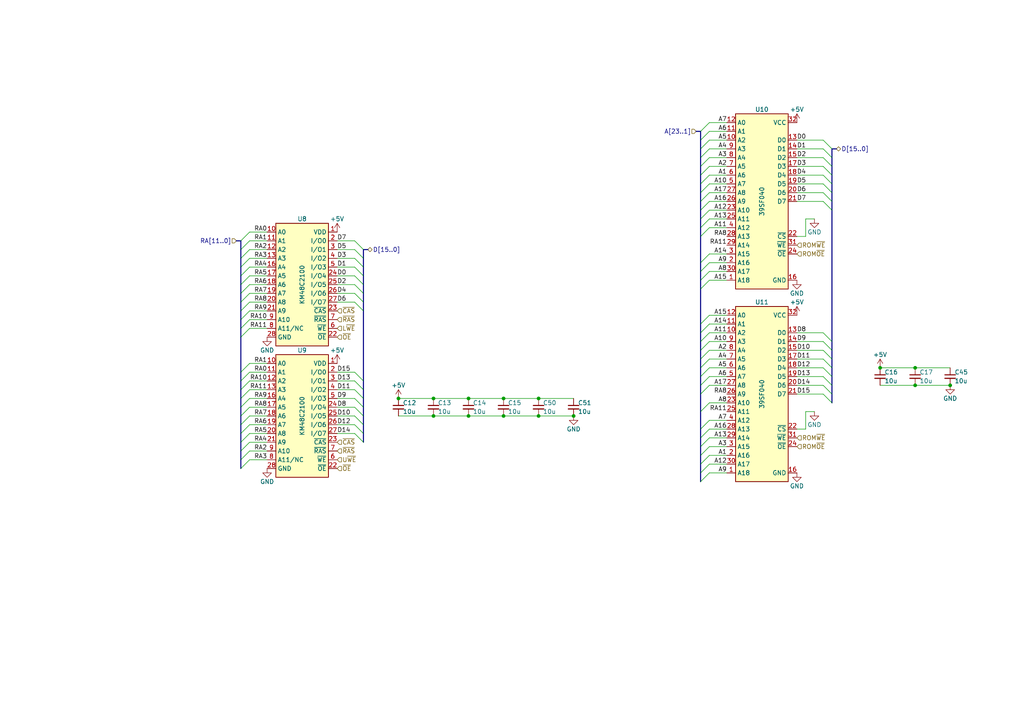
<source format=kicad_sch>
(kicad_sch (version 20230121) (generator eeschema)
  (paper "A4")
  (title_block (title "WarpSE (GW4410A)") (date "2024-03-27") (rev "1.0") (company "Garrett's Workshop"))
  (lib_symbols
    (symbol "Device:C_Small" (pin_numbers hide) (pin_names (offset 0.254) hide)
      (property "Reference" "C" (at 0.254 1.778 0))
      (property "Value" "C_Small" (at 0.254 -2.032 0))
      (symbol "C_Small_0_1"
        (polyline (pts (xy -1.524 -0.508) (xy 1.524 -0.508)) (stroke (width 0.3302)))
        (polyline (pts (xy -1.524 0.508) (xy 1.524 0.508)) (stroke (width 0.3048)))
      )
      (symbol "C_Small_1_1"
        (pin passive line (at 0 2.54 270) (length 2.032) (name "~") (number "1"))
        (pin passive line (at 0 -2.54 90) (length 2.032) (name "~") (number "2"))
      )
    )
    (symbol "GW_RAM:DRAM-2Mx8-SOP-28"
      (property "Reference" "U" (at 0 19.05 0))
      (property "Value" "DRAM-2Mx8-SOP-28" (at 0 0 90))
      (symbol "DRAM-2Mx8-SOP-28_0_1"
        (rectangle (start -7.62 17.78) (end 7.62 -17.78) (stroke (width 0.254)) (fill (type background)))
      )
      (symbol "DRAM-2Mx8-SOP-28_1_1"
        (pin power_in line (at 10.16 15.24 180) (length 2.54) (name "VDD") (number "1"))
        (pin input line (at -10.16 15.24 0) (length 2.54) (name "A0") (number "10"))
        (pin input line (at -10.16 12.7 0) (length 2.54) (name "A1") (number "11"))
        (pin input line (at -10.16 10.16 0) (length 2.54) (name "A2") (number "12"))
        (pin input line (at -10.16 7.62 0) (length 2.54) (name "A3") (number "13"))
        (pin power_in line (at 10.16 15.24 180) (length 2.54) hide (name "VDD") (number "14"))
        (pin power_in line (at -10.16 -15.24 0) (length 2.54) hide (name "GND") (number "15"))
        (pin input line (at -10.16 5.08 0) (length 2.54) (name "A4") (number "16"))
        (pin input line (at -10.16 2.54 0) (length 2.54) (name "A5") (number "17"))
        (pin input line (at -10.16 0 0) (length 2.54) (name "A6") (number "18"))
        (pin input line (at -10.16 -2.54 0) (length 2.54) (name "A7") (number "19"))
        (pin bidirectional line (at 10.16 12.7 180) (length 2.54) (name "I/O0") (number "2"))
        (pin input line (at -10.16 -5.08 0) (length 2.54) (name "A8") (number "20"))
        (pin input line (at -10.16 -7.62 0) (length 2.54) (name "A9") (number "21"))
        (pin input line (at 10.16 -15.24 180) (length 2.54) (name "~{OE}") (number "22"))
        (pin input line (at 10.16 -7.62 180) (length 2.54) (name "~{CAS}") (number "23"))
        (pin bidirectional line (at 10.16 2.54 180) (length 2.54) (name "I/O4") (number "24"))
        (pin bidirectional line (at 10.16 0 180) (length 2.54) (name "I/O5") (number "25"))
        (pin bidirectional line (at 10.16 -2.54 180) (length 2.54) (name "I/O6") (number "26"))
        (pin bidirectional line (at 10.16 -5.08 180) (length 2.54) (name "I/O7") (number "27"))
        (pin power_in line (at -10.16 -15.24 0) (length 2.54) (name "GND") (number "28"))
        (pin bidirectional line (at 10.16 10.16 180) (length 2.54) (name "I/O1") (number "3"))
        (pin bidirectional line (at 10.16 7.62 180) (length 2.54) (name "I/O2") (number "4"))
        (pin bidirectional line (at 10.16 5.08 180) (length 2.54) (name "I/O3") (number "5"))
        (pin input line (at 10.16 -12.7 180) (length 2.54) (name "~{WE}") (number "6"))
        (pin input line (at 10.16 -10.16 180) (length 2.54) (name "~{RAS}") (number "7"))
        (pin input line (at -10.16 -12.7 0) (length 2.54) (name "A11/NC") (number "8"))
        (pin input line (at -10.16 -10.16 0) (length 2.54) (name "A10") (number "9"))
      )
    )
    (symbol "GW_RAM:Flash-512Kx8-PLCC-32"
      (property "Reference" "U" (at 0 26.67 0))
      (property "Value" "Flash-512Kx8-PLCC-32" (at 0 0 90))
      (symbol "Flash-512Kx8-PLCC-32_0_0"
        (pin power_in line (at 10.16 -22.86 180) (length 2.54) (name "GND") (number "16"))
        (pin power_in line (at 10.16 22.86 180) (length 2.54) (name "VCC") (number "32"))
      )
      (symbol "Flash-512Kx8-PLCC-32_0_1"
        (rectangle (start -7.62 25.4) (end 7.62 -25.4) (stroke (width 0.254)) (fill (type background)))
      )
      (symbol "Flash-512Kx8-PLCC-32_1_1"
        (pin input line (at -10.16 -22.86 0) (length 2.54) (name "A18") (number "1"))
        (pin input line (at -10.16 17.78 0) (length 2.54) (name "A2") (number "10"))
        (pin input line (at -10.16 20.32 0) (length 2.54) (name "A1") (number "11"))
        (pin input line (at -10.16 22.86 0) (length 2.54) (name "A0") (number "12"))
        (pin bidirectional line (at 10.16 17.78 180) (length 2.54) (name "D0") (number "13"))
        (pin bidirectional line (at 10.16 15.24 180) (length 2.54) (name "D1") (number "14"))
        (pin bidirectional line (at 10.16 12.7 180) (length 2.54) (name "D2") (number "15"))
        (pin bidirectional line (at 10.16 10.16 180) (length 2.54) (name "D3") (number "17"))
        (pin bidirectional line (at 10.16 7.62 180) (length 2.54) (name "D4") (number "18"))
        (pin bidirectional line (at 10.16 5.08 180) (length 2.54) (name "D5") (number "19"))
        (pin input line (at -10.16 -17.78 0) (length 2.54) (name "A16") (number "2"))
        (pin bidirectional line (at 10.16 2.54 180) (length 2.54) (name "D6") (number "20"))
        (pin bidirectional line (at 10.16 0 180) (length 2.54) (name "D7") (number "21"))
        (pin input line (at 10.16 -10.16 180) (length 2.54) (name "~{CS}") (number "22"))
        (pin input line (at -10.16 -2.54 0) (length 2.54) (name "A10") (number "23"))
        (pin input line (at 10.16 -15.24 180) (length 2.54) (name "~{OE}") (number "24"))
        (pin input line (at -10.16 -5.08 0) (length 2.54) (name "A11") (number "25"))
        (pin input line (at -10.16 0 0) (length 2.54) (name "A9") (number "26"))
        (pin input line (at -10.16 2.54 0) (length 2.54) (name "A8") (number "27"))
        (pin input line (at -10.16 -10.16 0) (length 2.54) (name "A13") (number "28"))
        (pin input line (at -10.16 -12.7 0) (length 2.54) (name "A14") (number "29"))
        (pin input line (at -10.16 -15.24 0) (length 2.54) (name "A15") (number "3"))
        (pin input line (at -10.16 -20.32 0) (length 2.54) (name "A17") (number "30"))
        (pin input line (at 10.16 -12.7 180) (length 2.54) (name "~{WE}") (number "31"))
        (pin input line (at -10.16 -7.62 0) (length 2.54) (name "A12") (number "4"))
        (pin input line (at -10.16 5.08 0) (length 2.54) (name "A7") (number "5"))
        (pin input line (at -10.16 7.62 0) (length 2.54) (name "A6") (number "6"))
        (pin input line (at -10.16 10.16 0) (length 2.54) (name "A5") (number "7"))
        (pin input line (at -10.16 12.7 0) (length 2.54) (name "A4") (number "8"))
        (pin input line (at -10.16 15.24 0) (length 2.54) (name "A3") (number "9"))
      )
    )
    (symbol "power:+5V" (power) (pin_names (offset 0))
      (property "Value" "+5V" (at 0 3.556 0))
      (symbol "+5V_0_1"
        (polyline (pts (xy -0.762 1.27) (xy 0 2.54)))
        (polyline (pts (xy 0 0) (xy 0 2.54)))
        (polyline (pts (xy 0 2.54) (xy 0.762 1.27)))
      )
      (symbol "+5V_1_1"
        (pin power_in line (at 0 0 90) (length 0) hide (name "+5V") (number "1"))
      )
    )
    (symbol "power:GND" (power) (pin_names (offset 0))
      (property "Value" "GND" (at 0 -3.81 0))
      (symbol "GND_0_1"
        (polyline (pts (xy 0 0) (xy 0 -1.27) (xy 1.27 -1.27) (xy 0 -2.54) (xy -1.27 -1.27) (xy 0 -1.27)))
      )
      (symbol "GND_1_1"
        (pin power_in line (at 0 0 270) (length 0) hide (name "GND") (number "1"))
      )
    )
  )
  (junction (at 156.21 115.57))
  (junction (at 265.43 111.76))
  (junction (at 166.37 120.65))
  (junction (at 265.43 106.68))
  (junction (at 115.57 115.57))
  (junction (at 146.05 120.65))
  (junction (at 255.27 106.68))
  (junction (at 125.73 115.57))
  (junction (at 156.21 120.65))
  (junction (at 135.89 120.65))
  (junction (at 146.05 115.57))
  (junction (at 275.59 111.76))
  (junction (at 125.73 120.65))
  (junction (at 135.89 115.57))
  (bus_entry (at 105.41 85.09) (size -2.54 -2.54))
  (bus_entry (at 69.85 118.11) (size 2.54 -2.54))
  (bus_entry (at 105.41 87.63) (size -2.54 -2.54))
  (bus_entry (at 105.41 72.39) (size -2.54 -2.54))
  (bus_entry (at 205.74 78.74) (size -2.54 2.54))
  (bus_entry (at 105.41 123.19) (size -2.54 -2.54))
  (bus_entry (at 205.74 96.52) (size -2.54 2.54))
  (bus_entry (at 238.76 50.8) (size 2.54 2.54))
  (bus_entry (at 205.74 132.08) (size -2.54 2.54))
  (bus_entry (at 69.85 80.01) (size 2.54 -2.54))
  (bus_entry (at 69.85 77.47) (size 2.54 -2.54))
  (bus_entry (at 105.41 74.93) (size -2.54 -2.54))
  (bus_entry (at 105.41 113.03) (size -2.54 -2.54))
  (bus_entry (at 205.74 45.72) (size -2.54 2.54))
  (bus_entry (at 205.74 111.76) (size -2.54 2.54))
  (bus_entry (at 69.85 133.35) (size 2.54 -2.54))
  (bus_entry (at 69.85 123.19) (size 2.54 -2.54))
  (bus_entry (at 238.76 58.42) (size 2.54 2.54))
  (bus_entry (at 205.74 99.06) (size -2.54 2.54))
  (bus_entry (at 105.41 125.73) (size -2.54 -2.54))
  (bus_entry (at 238.76 111.76) (size 2.54 2.54))
  (bus_entry (at 69.85 128.27) (size 2.54 -2.54))
  (bus_entry (at 69.85 125.73) (size 2.54 -2.54))
  (bus_entry (at 69.85 97.79) (size 2.54 -2.54))
  (bus_entry (at 205.74 91.44) (size -2.54 2.54))
  (bus_entry (at 238.76 96.52) (size 2.54 2.54))
  (bus_entry (at 105.41 128.27) (size -2.54 -2.54))
  (bus_entry (at 238.76 55.88) (size 2.54 2.54))
  (bus_entry (at 105.41 115.57) (size -2.54 -2.54))
  (bus_entry (at 105.41 120.65) (size -2.54 -2.54))
  (bus_entry (at 105.41 90.17) (size -2.54 -2.54))
  (bus_entry (at 105.41 118.11) (size -2.54 -2.54))
  (bus_entry (at 205.74 137.16) (size -2.54 2.54))
  (bus_entry (at 105.41 80.01) (size -2.54 -2.54))
  (bus_entry (at 205.74 129.54) (size -2.54 2.54))
  (bus_entry (at 205.74 73.66) (size -2.54 2.54))
  (bus_entry (at 69.85 92.71) (size 2.54 -2.54))
  (bus_entry (at 238.76 45.72) (size 2.54 2.54))
  (bus_entry (at 205.74 81.28) (size -2.54 2.54))
  (bus_entry (at 205.74 55.88) (size -2.54 2.54))
  (bus_entry (at 69.85 110.49) (size 2.54 -2.54))
  (bus_entry (at 69.85 107.95) (size 2.54 -2.54))
  (bus_entry (at 69.85 74.93) (size 2.54 -2.54))
  (bus_entry (at 205.74 58.42) (size -2.54 2.54))
  (bus_entry (at 205.74 76.2) (size -2.54 2.54))
  (bus_entry (at 69.85 85.09) (size 2.54 -2.54))
  (bus_entry (at 69.85 90.17) (size 2.54 -2.54))
  (bus_entry (at 205.74 121.92) (size -2.54 2.54))
  (bus_entry (at 238.76 43.18) (size 2.54 2.54))
  (bus_entry (at 205.74 106.68) (size -2.54 2.54))
  (bus_entry (at 69.85 87.63) (size 2.54 -2.54))
  (bus_entry (at 105.41 110.49) (size -2.54 -2.54))
  (bus_entry (at 69.85 69.85) (size 2.54 -2.54))
  (bus_entry (at 205.74 109.22) (size -2.54 2.54))
  (bus_entry (at 105.41 82.55) (size -2.54 -2.54))
  (bus_entry (at 238.76 40.64) (size 2.54 2.54))
  (bus_entry (at 69.85 82.55) (size 2.54 -2.54))
  (bus_entry (at 205.74 66.04) (size -2.54 2.54))
  (bus_entry (at 238.76 53.34) (size 2.54 2.54))
  (bus_entry (at 205.74 124.46) (size -2.54 2.54))
  (bus_entry (at 205.74 50.8) (size -2.54 2.54))
  (bus_entry (at 238.76 48.26) (size 2.54 2.54))
  (bus_entry (at 205.74 53.34) (size -2.54 2.54))
  (bus_entry (at 205.74 93.98) (size -2.54 2.54))
  (bus_entry (at 205.74 127) (size -2.54 2.54))
  (bus_entry (at 205.74 38.1) (size -2.54 2.54))
  (bus_entry (at 238.76 104.14) (size 2.54 2.54))
  (bus_entry (at 205.74 35.56) (size -2.54 2.54))
  (bus_entry (at 105.41 77.47) (size -2.54 -2.54))
  (bus_entry (at 238.76 101.6) (size 2.54 2.54))
  (bus_entry (at 205.74 134.62) (size -2.54 2.54))
  (bus_entry (at 205.74 60.96) (size -2.54 2.54))
  (bus_entry (at 205.74 63.5) (size -2.54 2.54))
  (bus_entry (at 205.74 40.64) (size -2.54 2.54))
  (bus_entry (at 238.76 99.06) (size 2.54 2.54))
  (bus_entry (at 69.85 120.65) (size 2.54 -2.54))
  (bus_entry (at 69.85 115.57) (size 2.54 -2.54))
  (bus_entry (at 69.85 113.03) (size 2.54 -2.54))
  (bus_entry (at 205.74 104.14) (size -2.54 2.54))
  (bus_entry (at 238.76 106.68) (size 2.54 2.54))
  (bus_entry (at 238.76 109.22) (size 2.54 2.54))
  (bus_entry (at 69.85 72.39) (size 2.54 -2.54))
  (bus_entry (at 205.74 116.84) (size -2.54 2.54))
  (bus_entry (at 69.85 95.25) (size 2.54 -2.54))
  (bus_entry (at 205.74 43.18) (size -2.54 2.54))
  (bus_entry (at 238.76 114.3) (size 2.54 2.54))
  (bus_entry (at 205.74 101.6) (size -2.54 2.54))
  (bus_entry (at 69.85 135.89) (size 2.54 -2.54))
  (bus_entry (at 69.85 130.81) (size 2.54 -2.54))
  (bus_entry (at 205.74 48.26) (size -2.54 2.54))
  (bus (pts (xy 241.3 58.42) (xy 241.3 60.96)))
  (bus (pts (xy 69.85 69.85) (xy 69.85 72.39)))
  (bus (pts (xy 105.41 123.19) (xy 105.41 125.73)))
  (wire (pts (xy 77.47 82.55) (xy 72.39 82.55)))
  (bus (pts (xy 69.85 128.27) (xy 69.85 130.81)))
  (bus (pts (xy 69.85 74.93) (xy 69.85 77.47)))
  (wire (pts (xy 210.82 91.44) (xy 205.74 91.44)))
  (wire (pts (xy 77.47 85.09) (xy 72.39 85.09)))
  (wire (pts (xy 210.82 38.1) (xy 205.74 38.1)))
  (wire (pts (xy 77.47 118.11) (xy 72.39 118.11)))
  (wire (pts (xy 115.57 120.65) (xy 125.73 120.65)))
  (wire (pts (xy 210.82 50.8) (xy 205.74 50.8)))
  (wire (pts (xy 231.14 96.52) (xy 238.76 96.52)))
  (wire (pts (xy 210.82 134.62) (xy 205.74 134.62)))
  (bus (pts (xy 69.85 133.35) (xy 69.85 135.89)))
  (wire (pts (xy 125.73 115.57) (xy 135.89 115.57)))
  (wire (pts (xy 231.14 104.14) (xy 238.76 104.14)))
  (wire (pts (xy 77.47 105.41) (xy 72.39 105.41)))
  (wire (pts (xy 77.47 113.03) (xy 72.39 113.03)))
  (wire (pts (xy 135.89 115.57) (xy 146.05 115.57)))
  (wire (pts (xy 210.82 99.06) (xy 205.74 99.06)))
  (wire (pts (xy 210.82 35.56) (xy 205.74 35.56)))
  (bus (pts (xy 203.2 43.18) (xy 203.2 45.72)))
  (bus (pts (xy 203.2 124.46) (xy 203.2 127)))
  (wire (pts (xy 265.43 106.68) (xy 275.59 106.68)))
  (wire (pts (xy 210.82 55.88) (xy 205.74 55.88)))
  (wire (pts (xy 231.14 48.26) (xy 238.76 48.26)))
  (bus (pts (xy 241.3 101.6) (xy 241.3 104.14)))
  (bus (pts (xy 241.3 55.88) (xy 241.3 58.42)))
  (bus (pts (xy 241.3 48.26) (xy 241.3 50.8)))
  (bus (pts (xy 241.3 50.8) (xy 241.3 53.34)))
  (bus (pts (xy 105.41 74.93) (xy 105.41 77.47)))
  (wire (pts (xy 77.47 92.71) (xy 72.39 92.71)))
  (wire (pts (xy 231.14 111.76) (xy 238.76 111.76)))
  (bus (pts (xy 203.2 134.62) (xy 203.2 137.16)))
  (bus (pts (xy 69.85 118.11) (xy 69.85 120.65)))
  (bus (pts (xy 203.2 38.1) (xy 203.2 40.64)))
  (bus (pts (xy 69.85 95.25) (xy 69.85 97.79)))
  (bus (pts (xy 203.2 111.76) (xy 203.2 114.3)))
  (wire (pts (xy 210.82 96.52) (xy 205.74 96.52)))
  (bus (pts (xy 69.85 123.19) (xy 69.85 125.73)))
  (bus (pts (xy 69.85 130.81) (xy 69.85 133.35)))
  (wire (pts (xy 77.47 90.17) (xy 72.39 90.17)))
  (bus (pts (xy 242.57 43.18) (xy 241.3 43.18)))
  (wire (pts (xy 236.22 119.38) (xy 233.68 119.38)))
  (bus (pts (xy 203.2 129.54) (xy 203.2 132.08)))
  (wire (pts (xy 102.87 72.39) (xy 97.79 72.39)))
  (wire (pts (xy 115.57 115.57) (xy 125.73 115.57)))
  (bus (pts (xy 203.2 50.8) (xy 203.2 53.34)))
  (wire (pts (xy 233.68 63.5) (xy 233.68 68.58)))
  (wire (pts (xy 210.82 76.2) (xy 205.74 76.2)))
  (bus (pts (xy 105.41 120.65) (xy 105.41 123.19)))
  (wire (pts (xy 231.14 53.34) (xy 238.76 53.34)))
  (wire (pts (xy 210.82 53.34) (xy 205.74 53.34)))
  (wire (pts (xy 77.47 72.39) (xy 72.39 72.39)))
  (bus (pts (xy 105.41 113.03) (xy 105.41 115.57)))
  (bus (pts (xy 241.3 114.3) (xy 241.3 116.84)))
  (wire (pts (xy 102.87 110.49) (xy 97.79 110.49)))
  (bus (pts (xy 105.41 90.17) (xy 105.41 110.49)))
  (wire (pts (xy 77.47 67.31) (xy 72.39 67.31)))
  (bus (pts (xy 69.85 82.55) (xy 69.85 85.09)))
  (bus (pts (xy 105.41 85.09) (xy 105.41 87.63)))
  (wire (pts (xy 97.79 118.11) (xy 102.87 118.11)))
  (bus (pts (xy 203.2 66.04) (xy 203.2 68.58)))
  (bus (pts (xy 203.2 109.22) (xy 203.2 111.76)))
  (bus (pts (xy 106.68 72.39) (xy 105.41 72.39)))
  (bus (pts (xy 69.85 92.71) (xy 69.85 95.25)))
  (bus (pts (xy 203.2 40.64) (xy 203.2 43.18)))
  (bus (pts (xy 69.85 97.79) (xy 69.85 107.95)))
  (wire (pts (xy 125.73 120.65) (xy 135.89 120.65)))
  (wire (pts (xy 146.05 120.65) (xy 156.21 120.65)))
  (wire (pts (xy 77.47 107.95) (xy 72.39 107.95)))
  (wire (pts (xy 210.82 137.16) (xy 205.74 137.16)))
  (wire (pts (xy 210.82 109.22) (xy 205.74 109.22)))
  (bus (pts (xy 203.2 63.5) (xy 203.2 66.04)))
  (bus (pts (xy 69.85 90.17) (xy 69.85 92.71)))
  (wire (pts (xy 146.05 115.57) (xy 156.21 115.57)))
  (wire (pts (xy 210.82 66.04) (xy 205.74 66.04)))
  (bus (pts (xy 203.2 53.34) (xy 203.2 55.88)))
  (wire (pts (xy 210.82 106.68) (xy 205.74 106.68)))
  (bus (pts (xy 105.41 110.49) (xy 105.41 113.03)))
  (bus (pts (xy 241.3 104.14) (xy 241.3 106.68)))
  (wire (pts (xy 236.22 63.5) (xy 233.68 63.5)))
  (wire (pts (xy 77.47 133.35) (xy 72.39 133.35)))
  (wire (pts (xy 210.82 58.42) (xy 205.74 58.42)))
  (wire (pts (xy 77.47 77.47) (xy 72.39 77.47)))
  (bus (pts (xy 241.3 60.96) (xy 241.3 99.06)))
  (wire (pts (xy 233.68 119.38) (xy 233.68 124.46)))
  (wire (pts (xy 231.14 55.88) (xy 238.76 55.88)))
  (bus (pts (xy 201.93 38.1) (xy 203.2 38.1)))
  (wire (pts (xy 210.82 111.76) (xy 205.74 111.76)))
  (wire (pts (xy 210.82 45.72) (xy 205.74 45.72)))
  (wire (pts (xy 77.47 120.65) (xy 72.39 120.65)))
  (bus (pts (xy 203.2 45.72) (xy 203.2 48.26)))
  (bus (pts (xy 203.2 104.14) (xy 203.2 106.68)))
  (bus (pts (xy 203.2 101.6) (xy 203.2 104.14)))
  (wire (pts (xy 97.79 85.09) (xy 102.87 85.09)))
  (bus (pts (xy 69.85 72.39) (xy 69.85 74.93)))
  (bus (pts (xy 69.85 120.65) (xy 69.85 123.19)))
  (wire (pts (xy 210.82 43.18) (xy 205.74 43.18)))
  (bus (pts (xy 203.2 137.16) (xy 203.2 139.7)))
  (wire (pts (xy 77.47 87.63) (xy 72.39 87.63)))
  (wire (pts (xy 210.82 40.64) (xy 205.74 40.64)))
  (bus (pts (xy 203.2 119.38) (xy 203.2 124.46)))
  (wire (pts (xy 231.14 50.8) (xy 238.76 50.8)))
  (wire (pts (xy 102.87 69.85) (xy 97.79 69.85)))
  (bus (pts (xy 105.41 125.73) (xy 105.41 128.27)))
  (wire (pts (xy 231.14 106.68) (xy 238.76 106.68)))
  (wire (pts (xy 210.82 129.54) (xy 205.74 129.54)))
  (wire (pts (xy 210.82 60.96) (xy 205.74 60.96)))
  (wire (pts (xy 210.82 73.66) (xy 205.74 73.66)))
  (wire (pts (xy 102.87 113.03) (xy 97.79 113.03)))
  (wire (pts (xy 265.43 111.76) (xy 275.59 111.76)))
  (bus (pts (xy 105.41 77.47) (xy 105.41 80.01)))
  (bus (pts (xy 203.2 81.28) (xy 203.2 83.82)))
  (bus (pts (xy 203.2 83.82) (xy 203.2 93.98)))
  (wire (pts (xy 210.82 93.98) (xy 205.74 93.98)))
  (bus (pts (xy 69.85 77.47) (xy 69.85 80.01)))
  (wire (pts (xy 77.47 95.25) (xy 72.39 95.25)))
  (wire (pts (xy 210.82 116.84) (xy 205.74 116.84)))
  (bus (pts (xy 241.3 106.68) (xy 241.3 109.22)))
  (wire (pts (xy 97.79 87.63) (xy 102.87 87.63)))
  (wire (pts (xy 233.68 124.46) (xy 231.14 124.46)))
  (bus (pts (xy 241.3 43.18) (xy 241.3 45.72)))
  (wire (pts (xy 255.27 106.68) (xy 265.43 106.68)))
  (bus (pts (xy 241.3 45.72) (xy 241.3 48.26)))
  (bus (pts (xy 241.3 99.06) (xy 241.3 101.6)))
  (wire (pts (xy 210.82 81.28) (xy 205.74 81.28)))
  (bus (pts (xy 203.2 48.26) (xy 203.2 50.8)))
  (wire (pts (xy 210.82 101.6) (xy 205.74 101.6)))
  (wire (pts (xy 231.14 114.3) (xy 238.76 114.3)))
  (bus (pts (xy 203.2 132.08) (xy 203.2 134.62)))
  (wire (pts (xy 77.47 123.19) (xy 72.39 123.19)))
  (wire (pts (xy 97.79 120.65) (xy 102.87 120.65)))
  (bus (pts (xy 69.85 87.63) (xy 69.85 90.17)))
  (wire (pts (xy 156.21 115.57) (xy 166.37 115.57)))
  (bus (pts (xy 203.2 127) (xy 203.2 129.54)))
  (wire (pts (xy 77.47 74.93) (xy 72.39 74.93)))
  (wire (pts (xy 135.89 120.65) (xy 146.05 120.65)))
  (wire (pts (xy 77.47 69.85) (xy 72.39 69.85)))
  (wire (pts (xy 97.79 123.19) (xy 102.87 123.19)))
  (wire (pts (xy 102.87 77.47) (xy 97.79 77.47)))
  (bus (pts (xy 69.85 125.73) (xy 69.85 128.27)))
  (wire (pts (xy 77.47 125.73) (xy 72.39 125.73)))
  (wire (pts (xy 231.14 101.6) (xy 238.76 101.6)))
  (bus (pts (xy 203.2 76.2) (xy 203.2 78.74)))
  (bus (pts (xy 241.3 109.22) (xy 241.3 111.76)))
  (bus (pts (xy 105.41 115.57) (xy 105.41 118.11)))
  (bus (pts (xy 241.3 53.34) (xy 241.3 55.88)))
  (bus (pts (xy 203.2 55.88) (xy 203.2 58.42)))
  (wire (pts (xy 231.14 99.06) (xy 238.76 99.06)))
  (wire (pts (xy 77.47 128.27) (xy 72.39 128.27)))
  (bus (pts (xy 203.2 68.58) (xy 203.2 76.2)))
  (wire (pts (xy 255.27 111.76) (xy 265.43 111.76)))
  (bus (pts (xy 203.2 78.74) (xy 203.2 81.28)))
  (wire (pts (xy 231.14 109.22) (xy 238.76 109.22)))
  (wire (pts (xy 233.68 68.58) (xy 231.14 68.58)))
  (wire (pts (xy 97.79 80.01) (xy 102.87 80.01)))
  (wire (pts (xy 156.21 120.65) (xy 166.37 120.65)))
  (bus (pts (xy 203.2 96.52) (xy 203.2 99.06)))
  (bus (pts (xy 69.85 80.01) (xy 69.85 82.55)))
  (wire (pts (xy 97.79 82.55) (xy 102.87 82.55)))
  (wire (pts (xy 231.14 45.72) (xy 238.76 45.72)))
  (wire (pts (xy 210.82 132.08) (xy 205.74 132.08)))
  (bus (pts (xy 203.2 99.06) (xy 203.2 101.6)))
  (wire (pts (xy 97.79 107.95) (xy 102.87 107.95)))
  (bus (pts (xy 105.41 82.55) (xy 105.41 85.09)))
  (bus (pts (xy 105.41 87.63) (xy 105.41 90.17)))
  (wire (pts (xy 102.87 115.57) (xy 97.79 115.57)))
  (wire (pts (xy 231.14 40.64) (xy 238.76 40.64)))
  (bus (pts (xy 203.2 106.68) (xy 203.2 109.22)))
  (wire (pts (xy 77.47 110.49) (xy 72.39 110.49)))
  (bus (pts (xy 105.41 72.39) (xy 105.41 74.93)))
  (wire (pts (xy 210.82 104.14) (xy 205.74 104.14)))
  (wire (pts (xy 102.87 74.93) (xy 97.79 74.93)))
  (wire (pts (xy 210.82 127) (xy 205.74 127)))
  (bus (pts (xy 69.85 113.03) (xy 69.85 115.57)))
  (wire (pts (xy 77.47 115.57) (xy 72.39 115.57)))
  (wire (pts (xy 231.14 58.42) (xy 238.76 58.42)))
  (bus (pts (xy 203.2 58.42) (xy 203.2 60.96)))
  (wire (pts (xy 77.47 130.81) (xy 72.39 130.81)))
  (wire (pts (xy 210.82 48.26) (xy 205.74 48.26)))
  (bus (pts (xy 105.41 80.01) (xy 105.41 82.55)))
  (bus (pts (xy 69.85 85.09) (xy 69.85 87.63)))
  (wire (pts (xy 97.79 125.73) (xy 102.87 125.73)))
  (bus (pts (xy 203.2 114.3) (xy 203.2 119.38)))
  (bus (pts (xy 69.85 69.85) (xy 68.58 69.85)))
  (wire (pts (xy 210.82 63.5) (xy 205.74 63.5)))
  (bus (pts (xy 69.85 115.57) (xy 69.85 118.11)))
  (wire (pts (xy 210.82 124.46) (xy 205.74 124.46)))
  (bus (pts (xy 203.2 60.96) (xy 203.2 63.5)))
  (wire (pts (xy 231.14 43.18) (xy 238.76 43.18)))
  (bus (pts (xy 241.3 111.76) (xy 241.3 114.3)))
  (bus (pts (xy 203.2 93.98) (xy 203.2 96.52)))
  (wire (pts (xy 77.47 80.01) (xy 72.39 80.01)))
  (bus (pts (xy 69.85 107.95) (xy 69.85 110.49)))
  (bus (pts (xy 69.85 110.49) (xy 69.85 113.03)))
  (bus (pts (xy 105.41 118.11) (xy 105.41 120.65)))
  (wire (pts (xy 210.82 121.92) (xy 205.74 121.92)))
  (wire (pts (xy 210.82 78.74) (xy 205.74 78.74)))
  (label "RA11" (at 210.82 71.12 180))
  (label "A6" (at 210.82 38.1 180))
  (label "D12" (at 231.14 106.68 0))
  (label "RA11" (at 77.47 95.25 180))
  (label "A7" (at 210.82 35.56 180))
  (label "A1" (at 210.82 132.08 180))
  (label "A2" (at 210.82 48.26 180))
  (label "RA2" (at 77.47 72.39 180))
  (label "A17" (at 210.82 111.76 180))
  (label "A13" (at 210.82 127 180))
  (label "D10" (at 231.14 101.6 0))
  (label "D5" (at 97.79 72.39 0))
  (label "RA5" (at 77.47 125.73 180))
  (label "A8" (at 210.82 78.74 180))
  (label "D14" (at 231.14 111.76 0))
  (label "A4" (at 210.82 43.18 180))
  (label "A10" (at 210.82 53.34 180))
  (label "RA2" (at 77.47 130.81 180))
  (label "A14" (at 210.82 93.98 180))
  (label "D12" (at 97.79 123.19 0))
  (label "RA8" (at 77.47 118.11 180))
  (label "D11" (at 231.14 104.14 0))
  (label "RA8" (at 77.47 87.63 180))
  (label "RA0" (at 77.47 107.95 180))
  (label "A5" (at 210.82 106.68 180))
  (label "RA8" (at 210.82 114.3 180))
  (label "D4" (at 97.79 85.09 0))
  (label "D6" (at 97.79 87.63 0))
  (label "A13" (at 210.82 63.5 180))
  (label "A11" (at 210.82 66.04 180))
  (label "A16" (at 210.82 124.46 180))
  (label "D3" (at 97.79 74.93 0))
  (label "D2" (at 97.79 82.55 0))
  (label "A8" (at 210.82 116.84 180))
  (label "D1" (at 231.14 43.18 0))
  (label "RA9" (at 77.47 115.57 180))
  (label "RA7" (at 77.47 120.65 180))
  (label "RA10" (at 77.47 92.71 180))
  (label "A4" (at 210.82 104.14 180))
  (label "A5" (at 210.82 40.64 180))
  (label "RA4" (at 77.47 128.27 180))
  (label "D9" (at 97.79 115.57 0))
  (label "D7" (at 97.79 69.85 0))
  (label "RA6" (at 77.47 82.55 180))
  (label "D8" (at 231.14 96.52 0))
  (label "A7" (at 210.82 121.92 180))
  (label "RA5" (at 77.47 80.01 180))
  (label "RA6" (at 77.47 123.19 180))
  (label "D14" (at 97.79 125.73 0))
  (label "D3" (at 231.14 48.26 0))
  (label "A16" (at 210.82 58.42 180))
  (label "D6" (at 231.14 55.88 0))
  (label "A9" (at 210.82 76.2 180))
  (label "A2" (at 210.82 101.6 180))
  (label "RA1" (at 77.47 105.41 180))
  (label "D13" (at 231.14 109.22 0))
  (label "A15" (at 210.82 91.44 180))
  (label "D1" (at 97.79 77.47 0))
  (label "RA1" (at 77.47 69.85 180))
  (label "D15" (at 231.14 114.3 0))
  (label "D2" (at 231.14 45.72 0))
  (label "A6" (at 210.82 109.22 180))
  (label "A14" (at 210.82 73.66 180))
  (label "D4" (at 231.14 50.8 0))
  (label "A11" (at 210.82 96.52 180))
  (label "RA9" (at 77.47 90.17 180))
  (label "A9" (at 210.82 137.16 180))
  (label "RA8" (at 210.82 68.58 180))
  (label "RA11" (at 210.82 119.38 180))
  (label "A15" (at 210.82 81.28 180))
  (label "RA0" (at 77.47 67.31 180))
  (label "A12" (at 210.82 60.96 180))
  (label "RA4" (at 77.47 77.47 180))
  (label "D15" (at 97.79 107.95 0))
  (label "RA7" (at 77.47 85.09 180))
  (label "D11" (at 97.79 113.03 0))
  (label "D9" (at 231.14 99.06 0))
  (label "A17" (at 210.82 55.88 180))
  (label "D0" (at 97.79 80.01 0))
  (label "D13" (at 97.79 110.49 0))
  (label "D5" (at 231.14 53.34 0))
  (label "RA3" (at 77.47 74.93 180))
  (label "A1" (at 210.82 50.8 180))
  (label "A3" (at 210.82 129.54 180))
  (label "RA10" (at 77.47 110.49 180))
  (label "D8" (at 97.79 118.11 0))
  (label "RA11" (at 77.47 113.03 180))
  (label "A10" (at 210.82 99.06 180))
  (label "D7" (at 231.14 58.42 0))
  (label "A3" (at 210.82 45.72 180))
  (label "D10" (at 97.79 120.65 0))
  (label "A12" (at 210.82 134.62 180))
  (label "D0" (at 231.14 40.64 0))
  (label "RA3" (at 77.47 133.35 180))
  (hierarchical_label "D[15..0]" (shape bidirectional) (at 106.68 72.39 0))
  (hierarchical_label "~{OE}" (shape input) (at 97.79 135.89 0))
  (hierarchical_label "ROM~{OE}" (shape input) (at 231.14 129.54 0))
  (hierarchical_label "U~{WE}" (shape input) (at 97.79 133.35 0))
  (hierarchical_label "L~{WE}" (shape input) (at 97.79 95.25 0))
  (hierarchical_label "ROM~{WE}" (shape input) (at 231.14 127 0))
  (hierarchical_label "D[15..0]" (shape bidirectional) (at 242.57 43.18 0))
  (hierarchical_label "~{CAS}" (shape input) (at 97.79 90.17 0))
  (hierarchical_label "~{RAS}" (shape input) (at 97.79 92.71 0))
  (hierarchical_label "~{OE}" (shape input) (at 97.79 97.79 0))
  (hierarchical_label "ROM~{WE}" (shape input) (at 231.14 71.12 0))
  (hierarchical_label "ROM~{OE}" (shape input) (at 231.14 73.66 0))
  (hierarchical_label "RA[11..0]" (shape input) (at 68.58 69.85 180))
  (hierarchical_label "~{RAS}" (shape input) (at 97.79 130.81 0))
  (hierarchical_label "A[23..1]" (shape input) (at 201.93 38.1 180))
  (hierarchical_label "~{CAS}" (shape input) (at 97.79 128.27 0))
  (symbol (lib_id "GW_RAM:DRAM-2Mx8-SOP-28") (at 87.63 82.55 0) (unit 1)
    (property "Reference" "U8" (at 87.63 63.5 0))
    (property "Value" "KM48C2100" (at 87.63 82.55 90))
    (property "Footprint" "stdpads:SOJ-28_300mil" (effects hide))
  )
  (symbol (lib_id "power:GND") (at 77.47 97.79 0) (unit 1)
    (property "Reference" "#PWR0133" (effects hide))
    (property "Value" "GND" (at 77.47 101.6 0))
  )
  (symbol (lib_id "GW_RAM:DRAM-2Mx8-SOP-28") (at 87.63 120.65 0) (unit 1)
    (property "Reference" "U9" (at 87.63 101.6 0))
    (property "Value" "KM48C2100" (at 87.63 120.65 90))
    (property "Footprint" "stdpads:SOJ-28_300mil" (effects hide))
  )
  (symbol (lib_id "power:GND") (at 77.47 135.89 0) (unit 1)
    (property "Reference" "#PWR0134" (effects hide))
    (property "Value" "GND" (at 77.47 139.7 0))
  )
  (symbol (lib_id "power:+5V") (at 115.57 115.57 0) (unit 1)
    (property "Reference" "#PWR0138" (effects hide))
    (property "Value" "+5V" (at 115.57 111.76 0))
  )
  (symbol (lib_id "Device:C_Small") (at 125.73 118.11 0) (unit 1)
    (property "Reference" "C13" (at 127 116.84 0) (effects (justify left)))
    (property "Value" "10u" (at 127 119.38 0) (effects (justify left)))
    (property "Footprint" "stdpads:C_0805" (effects hide))
    (property "LCSC Part" "C15850" (effects hide))
  )
  (symbol (lib_id "Device:C_Small") (at 115.57 118.11 0) (unit 1)
    (property "Reference" "C12" (at 116.84 116.84 0) (effects (justify left)))
    (property "Value" "10u" (at 116.84 119.38 0) (effects (justify left)))
    (property "Footprint" "stdpads:C_0805" (effects hide))
    (property "LCSC Part" "C15850" (effects hide))
  )
  (symbol (lib_id "Device:C_Small") (at 135.89 118.11 0) (unit 1)
    (property "Reference" "C14" (at 137.16 116.84 0) (effects (justify left)))
    (property "Value" "10u" (at 137.16 119.38 0) (effects (justify left)))
    (property "Footprint" "stdpads:C_0805" (effects hide))
    (property "LCSC Part" "C15850" (effects hide))
  )
  (symbol (lib_id "Device:C_Small") (at 146.05 118.11 0) (unit 1)
    (property "Reference" "C15" (at 147.32 116.84 0) (effects (justify left)))
    (property "Value" "10u" (at 147.32 119.38 0) (effects (justify left)))
    (property "Footprint" "stdpads:C_0805" (effects hide))
    (property "LCSC Part" "C15850" (effects hide))
  )
  (symbol (lib_id "GW_RAM:Flash-512Kx8-PLCC-32") (at 220.98 58.42 0) (unit 1)
    (property "Reference" "U10" (at 220.98 31.75 0))
    (property "Value" "39SF040" (at 220.98 58.42 90))
    (property "Footprint" "stdpads:PLCC-32" (effects hide))
    (property "Datasheet" "http://ww1.microchip.com/downloads/en/DeviceDoc/20005022C.pdf" (effects hide))
    (property "LCSC Part" "C72257" (effects hide))
  )
  (symbol (lib_id "power:GND") (at 231.14 81.28 0) (unit 1)
    (property "Reference" "#PWR0141" (effects hide))
    (property "Value" "GND" (at 231.14 85.09 0))
  )
  (symbol (lib_id "power:GND") (at 231.14 137.16 0) (unit 1)
    (property "Reference" "#PWR0142" (effects hide))
    (property "Value" "GND" (at 231.14 140.97 0))
  )
  (symbol (lib_id "GW_RAM:Flash-512Kx8-PLCC-32") (at 220.98 114.3 0) (unit 1)
    (property "Reference" "U11" (at 220.98 87.63 0))
    (property "Value" "39SF040" (at 220.98 114.3 90))
    (property "Footprint" "stdpads:PLCC-32" (effects hide))
    (property "Datasheet" "http://ww1.microchip.com/downloads/en/DeviceDoc/20005022C.pdf" (effects hide))
    (property "LCSC Part" "C72257" (effects hide))
  )
  (symbol (lib_id "power:+5V") (at 255.27 106.68 0) (unit 1)
    (property "Reference" "#PWR0145" (effects hide))
    (property "Value" "+5V" (at 255.27 102.87 0))
  )
  (symbol (lib_id "Device:C_Small") (at 265.43 109.22 0) (unit 1)
    (property "Reference" "C17" (at 266.7 107.95 0) (effects (justify left)))
    (property "Value" "10u" (at 266.7 110.49 0) (effects (justify left)))
    (property "Footprint" "stdpads:C_0805" (effects hide))
    (property "LCSC Part" "C15850" (effects hide))
  )
  (symbol (lib_id "Device:C_Small") (at 255.27 109.22 0) (unit 1)
    (property "Reference" "C16" (at 256.54 107.95 0) (effects (justify left)))
    (property "Value" "10u" (at 256.54 110.49 0) (effects (justify left)))
    (property "Footprint" "stdpads:C_0805" (effects hide))
    (property "LCSC Part" "C15850" (effects hide))
  )
  (symbol (lib_id "power:+5V") (at 97.79 67.31 0) (unit 1)
    (property "Reference" "#PWR0105" (effects hide))
    (property "Value" "+5V" (at 97.79 63.5 0))
  )
  (symbol (lib_id "power:+5V") (at 97.79 105.41 0) (unit 1)
    (property "Reference" "#PWR0119" (effects hide))
    (property "Value" "+5V" (at 97.79 101.6 0))
  )
  (symbol (lib_id "power:+5V") (at 231.14 35.56 0) (unit 1)
    (property "Reference" "#PWR0120" (effects hide))
    (property "Value" "+5V" (at 231.14 31.75 0))
  )
  (symbol (lib_id "power:+5V") (at 231.14 91.44 0) (unit 1)
    (property "Reference" "#PWR0121" (effects hide))
    (property "Value" "+5V" (at 231.14 87.63 0))
  )
  (symbol (lib_id "power:GND") (at 236.22 119.38 0) (unit 1)
    (property "Reference" "#PWR010" (effects hide))
    (property "Value" "GND" (at 236.22 123.19 0))
  )
  (symbol (lib_id "Device:C_Small") (at 166.37 118.11 0) (unit 1)
    (property "Reference" "C51" (at 167.64 116.84 0) (effects (justify left)))
    (property "Value" "10u" (at 167.64 119.38 0) (effects (justify left)))
    (property "Footprint" "stdpads:C_0805" (effects hide))
    (property "LCSC Part" "C15850" (effects hide))
  )
  (symbol (lib_id "power:GND") (at 236.22 63.5 0) (unit 1)
    (property "Reference" "#PWR014" (effects hide))
    (property "Value" "GND" (at 236.22 67.31 0))
  )
  (symbol (lib_id "Device:C_Small") (at 156.21 118.11 0) (unit 1)
    (property "Reference" "C50" (at 157.48 116.84 0) (effects (justify left)))
    (property "Value" "10u" (at 157.48 119.38 0) (effects (justify left)))
    (property "Footprint" "stdpads:C_0805" (effects hide))
    (property "LCSC Part" "C15850" (effects hide))
  )
  (symbol (lib_id "power:GND") (at 275.59 111.76 0) (unit 1)
    (property "Reference" "#PWR0135" (effects hide))
    (property "Value" "GND" (at 275.59 115.57 0))
  )
  (symbol (lib_id "Device:C_Small") (at 275.59 109.22 0) (unit 1)
    (property "Reference" "C45" (at 276.86 107.95 0) (effects (justify left)))
    (property "Value" "10u" (at 276.86 110.49 0) (effects (justify left)))
    (property "Footprint" "stdpads:C_0805" (effects hide))
    (property "LCSC Part" "C15850" (effects hide))
  )
  (symbol (lib_id "power:GND") (at 166.37 120.65 0) (unit 1)
    (property "Reference" "#PWR0132" (effects hide))
    (property "Value" "GND" (at 166.37 124.46 0))
  )
)
</source>
